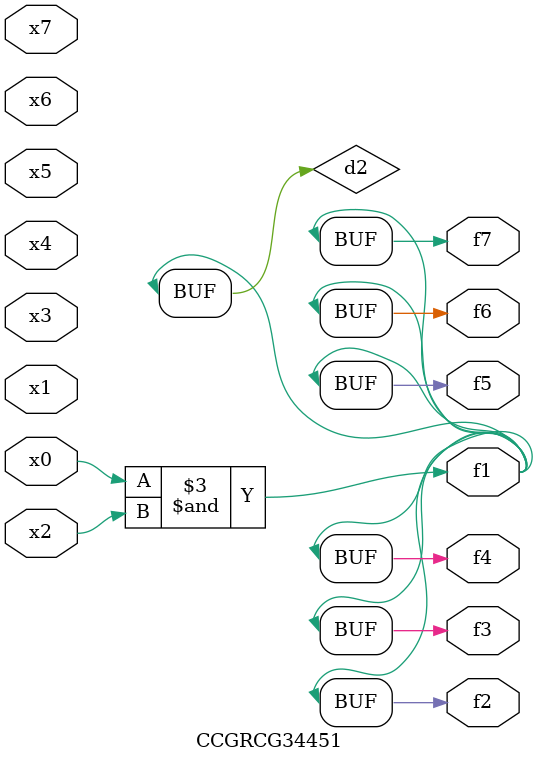
<source format=v>
module CCGRCG34451(
	input x0, x1, x2, x3, x4, x5, x6, x7,
	output f1, f2, f3, f4, f5, f6, f7
);

	wire d1, d2;

	nor (d1, x3, x6);
	and (d2, x0, x2);
	assign f1 = d2;
	assign f2 = d2;
	assign f3 = d2;
	assign f4 = d2;
	assign f5 = d2;
	assign f6 = d2;
	assign f7 = d2;
endmodule

</source>
